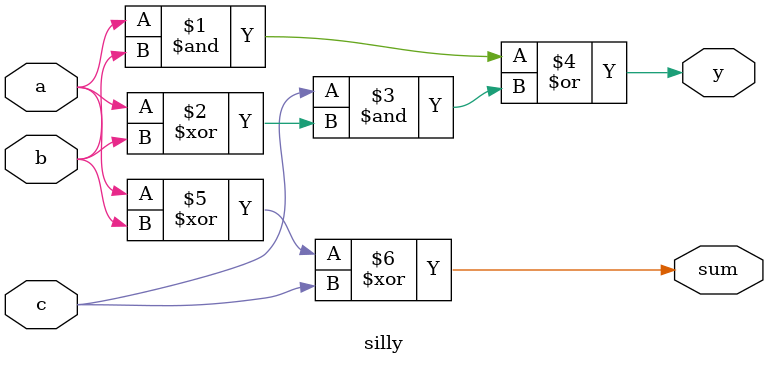
<source format=sv>
module silly (input  logic a, b, c, output logic y, sum);
   
  assign y = (a & b ) | c & (a ^ b);
   assign sum=  a ^ b  ^ c;
endmodule

</source>
